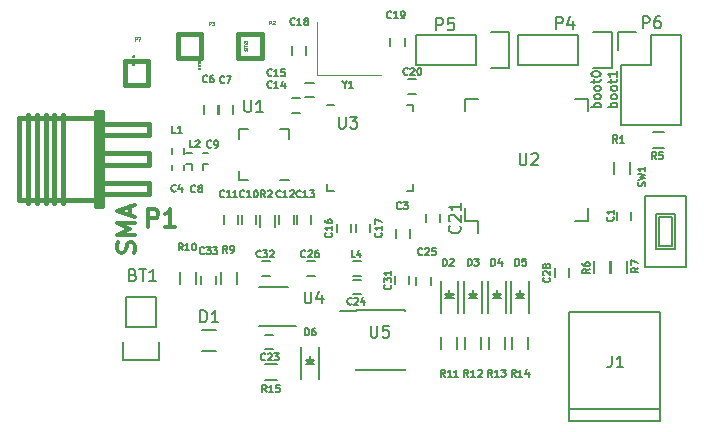
<source format=gbr>
G04 #@! TF.FileFunction,Legend,Top*
%FSLAX46Y46*%
G04 Gerber Fmt 4.6, Leading zero omitted, Abs format (unit mm)*
G04 Created by KiCad (PCBNEW 4.0.4-stable) date 05/18/17 09:07:34*
%MOMM*%
%LPD*%
G01*
G04 APERTURE LIST*
%ADD10C,0.100000*%
%ADD11C,0.200000*%
%ADD12C,0.381000*%
%ADD13C,0.150000*%
%ADD14C,0.120000*%
%ADD15C,0.074930*%
%ADD16C,0.076200*%
%ADD17C,0.304800*%
G04 APERTURE END LIST*
D10*
D11*
X104791905Y-47054763D02*
X103991905Y-47054763D01*
X104296667Y-47054763D02*
X104258571Y-46978572D01*
X104258571Y-46826191D01*
X104296667Y-46750001D01*
X104334762Y-46711906D01*
X104410952Y-46673810D01*
X104639524Y-46673810D01*
X104715714Y-46711906D01*
X104753810Y-46750001D01*
X104791905Y-46826191D01*
X104791905Y-46978572D01*
X104753810Y-47054763D01*
X104791905Y-46216667D02*
X104753810Y-46292858D01*
X104715714Y-46330953D01*
X104639524Y-46369048D01*
X104410952Y-46369048D01*
X104334762Y-46330953D01*
X104296667Y-46292858D01*
X104258571Y-46216667D01*
X104258571Y-46102381D01*
X104296667Y-46026191D01*
X104334762Y-45988096D01*
X104410952Y-45950000D01*
X104639524Y-45950000D01*
X104715714Y-45988096D01*
X104753810Y-46026191D01*
X104791905Y-46102381D01*
X104791905Y-46216667D01*
X104791905Y-45492857D02*
X104753810Y-45569048D01*
X104715714Y-45607143D01*
X104639524Y-45645238D01*
X104410952Y-45645238D01*
X104334762Y-45607143D01*
X104296667Y-45569048D01*
X104258571Y-45492857D01*
X104258571Y-45378571D01*
X104296667Y-45302381D01*
X104334762Y-45264286D01*
X104410952Y-45226190D01*
X104639524Y-45226190D01*
X104715714Y-45264286D01*
X104753810Y-45302381D01*
X104791905Y-45378571D01*
X104791905Y-45492857D01*
X104258571Y-44997619D02*
X104258571Y-44692857D01*
X103991905Y-44883333D02*
X104677619Y-44883333D01*
X104753810Y-44845238D01*
X104791905Y-44769047D01*
X104791905Y-44692857D01*
X103991905Y-44273809D02*
X103991905Y-44197618D01*
X104030000Y-44121428D01*
X104068095Y-44083333D01*
X104144286Y-44045237D01*
X104296667Y-44007142D01*
X104487143Y-44007142D01*
X104639524Y-44045237D01*
X104715714Y-44083333D01*
X104753810Y-44121428D01*
X104791905Y-44197618D01*
X104791905Y-44273809D01*
X104753810Y-44349999D01*
X104715714Y-44388095D01*
X104639524Y-44426190D01*
X104487143Y-44464285D01*
X104296667Y-44464285D01*
X104144286Y-44426190D01*
X104068095Y-44388095D01*
X104030000Y-44349999D01*
X103991905Y-44273809D01*
X106191905Y-47054763D02*
X105391905Y-47054763D01*
X105696667Y-47054763D02*
X105658571Y-46978572D01*
X105658571Y-46826191D01*
X105696667Y-46750001D01*
X105734762Y-46711906D01*
X105810952Y-46673810D01*
X106039524Y-46673810D01*
X106115714Y-46711906D01*
X106153810Y-46750001D01*
X106191905Y-46826191D01*
X106191905Y-46978572D01*
X106153810Y-47054763D01*
X106191905Y-46216667D02*
X106153810Y-46292858D01*
X106115714Y-46330953D01*
X106039524Y-46369048D01*
X105810952Y-46369048D01*
X105734762Y-46330953D01*
X105696667Y-46292858D01*
X105658571Y-46216667D01*
X105658571Y-46102381D01*
X105696667Y-46026191D01*
X105734762Y-45988096D01*
X105810952Y-45950000D01*
X106039524Y-45950000D01*
X106115714Y-45988096D01*
X106153810Y-46026191D01*
X106191905Y-46102381D01*
X106191905Y-46216667D01*
X106191905Y-45492857D02*
X106153810Y-45569048D01*
X106115714Y-45607143D01*
X106039524Y-45645238D01*
X105810952Y-45645238D01*
X105734762Y-45607143D01*
X105696667Y-45569048D01*
X105658571Y-45492857D01*
X105658571Y-45378571D01*
X105696667Y-45302381D01*
X105734762Y-45264286D01*
X105810952Y-45226190D01*
X106039524Y-45226190D01*
X106115714Y-45264286D01*
X106153810Y-45302381D01*
X106191905Y-45378571D01*
X106191905Y-45492857D01*
X105658571Y-44997619D02*
X105658571Y-44692857D01*
X105391905Y-44883333D02*
X106077619Y-44883333D01*
X106153810Y-44845238D01*
X106191905Y-44769047D01*
X106191905Y-44692857D01*
X106191905Y-44007142D02*
X106191905Y-44464285D01*
X106191905Y-44235714D02*
X105391905Y-44235714D01*
X105506190Y-44311904D01*
X105582381Y-44388095D01*
X105620476Y-44464285D01*
D12*
X68999240Y-42851100D02*
X68999240Y-40849580D01*
X68999240Y-40849580D02*
X71000760Y-40849580D01*
X71000760Y-40849580D02*
X71000760Y-42851100D01*
X71000760Y-42851100D02*
X68999240Y-42851100D01*
D13*
X74150000Y-53225000D02*
X74150000Y-52450000D01*
X78450000Y-48925000D02*
X78450000Y-49700000D01*
X74150000Y-48925000D02*
X74150000Y-49700000D01*
X78450000Y-53225000D02*
X77675000Y-53225000D01*
X78450000Y-48925000D02*
X77675000Y-48925000D01*
X74150000Y-48925000D02*
X74925000Y-48925000D01*
X74150000Y-53225000D02*
X74925000Y-53225000D01*
X93345000Y-56675000D02*
X94420000Y-56675000D01*
X93345000Y-46325000D02*
X94420000Y-46325000D01*
X103695000Y-46325000D02*
X102620000Y-46325000D01*
X103695000Y-56675000D02*
X102620000Y-56675000D01*
X93345000Y-56675000D02*
X93345000Y-55600000D01*
X103695000Y-56675000D02*
X103695000Y-55600000D01*
X103695000Y-46325000D02*
X103695000Y-47400000D01*
X93345000Y-46325000D02*
X93345000Y-47400000D01*
X94420000Y-56675000D02*
X94420000Y-57700000D01*
X107400000Y-55900000D02*
X107400000Y-56600000D01*
X106200000Y-56600000D02*
X106200000Y-55900000D01*
X106995000Y-60080000D02*
X106995000Y-61080000D01*
X105645000Y-61080000D02*
X105645000Y-60080000D01*
X71050000Y-65925000D02*
X72250000Y-65925000D01*
X72250000Y-67675000D02*
X71050000Y-67675000D01*
X110200000Y-50475000D02*
X109200000Y-50475000D01*
X109200000Y-49125000D02*
X110200000Y-49125000D01*
X64630000Y-65630000D02*
X64630000Y-63090000D01*
X64350000Y-68450000D02*
X64350000Y-66900000D01*
X64630000Y-65630000D02*
X67170000Y-65630000D01*
X67450000Y-66900000D02*
X67450000Y-68450000D01*
X67450000Y-68450000D02*
X64350000Y-68450000D01*
X67170000Y-65630000D02*
X67170000Y-63090000D01*
X67170000Y-63090000D02*
X64630000Y-63090000D01*
X87500000Y-58100000D02*
X87500000Y-57400000D01*
X88700000Y-57400000D02*
X88700000Y-58100000D01*
X68538500Y-51900000D02*
X68538500Y-52400000D01*
X69488500Y-52400000D02*
X69488500Y-51900000D01*
X72400000Y-46900000D02*
X72400000Y-47600000D01*
X71200000Y-47600000D02*
X71200000Y-46900000D01*
X73700000Y-46900000D02*
X73700000Y-47600000D01*
X72500000Y-47600000D02*
X72500000Y-46900000D01*
X70225000Y-51900000D02*
X70225000Y-52400000D01*
X71175000Y-52400000D02*
X71175000Y-51900000D01*
X71100000Y-51875000D02*
X71600000Y-51875000D01*
X71600000Y-50925000D02*
X71100000Y-50925000D01*
X75600000Y-56200000D02*
X75600000Y-56900000D01*
X74400000Y-56900000D02*
X74400000Y-56200000D01*
X74100000Y-56200000D02*
X74100000Y-56900000D01*
X72900000Y-56900000D02*
X72900000Y-56200000D01*
X78800000Y-56200000D02*
X78800000Y-56900000D01*
X77600000Y-56900000D02*
X77600000Y-56200000D01*
X80300000Y-56200000D02*
X80300000Y-56900000D01*
X79100000Y-56900000D02*
X79100000Y-56200000D01*
X79350000Y-47500000D02*
X78650000Y-47500000D01*
X78650000Y-46300000D02*
X79350000Y-46300000D01*
X80500000Y-46200000D02*
X79800000Y-46200000D01*
X79800000Y-45000000D02*
X80500000Y-45000000D01*
X83700000Y-56900000D02*
X83700000Y-57600000D01*
X82500000Y-57600000D02*
X82500000Y-56900000D01*
X85300000Y-56900000D02*
X85300000Y-57600000D01*
X84100000Y-57600000D02*
X84100000Y-56900000D01*
X79860000Y-41900000D02*
X79860000Y-42600000D01*
X78660000Y-42600000D02*
X78660000Y-41900000D01*
X88200000Y-41200000D02*
X88200000Y-41900000D01*
X87000000Y-41900000D02*
X87000000Y-41200000D01*
X89200000Y-45900000D02*
X88500000Y-45900000D01*
X88500000Y-44700000D02*
X89200000Y-44700000D01*
X91200000Y-56100000D02*
X91200000Y-56800000D01*
X90000000Y-56800000D02*
X90000000Y-56100000D01*
X76400000Y-66300000D02*
X77100000Y-66300000D01*
X77100000Y-67500000D02*
X76400000Y-67500000D01*
X83800000Y-61700000D02*
X84500000Y-61700000D01*
X84500000Y-62900000D02*
X83800000Y-62900000D01*
X90400000Y-61400000D02*
X90400000Y-62100000D01*
X89200000Y-62100000D02*
X89200000Y-61400000D01*
X80600000Y-61300000D02*
X79900000Y-61300000D01*
X79900000Y-60100000D02*
X80600000Y-60100000D01*
X102100000Y-60700000D02*
X102100000Y-61400000D01*
X100900000Y-61400000D02*
X100900000Y-60700000D01*
X88600000Y-61350000D02*
X88600000Y-62050000D01*
X87400000Y-62050000D02*
X87400000Y-61350000D01*
X76100000Y-60100000D02*
X76800000Y-60100000D01*
X76800000Y-61300000D02*
X76100000Y-61300000D01*
X72200000Y-61300000D02*
X72200000Y-62000000D01*
X71000000Y-62000000D02*
X71000000Y-61300000D01*
X92750000Y-64449020D02*
X92750000Y-61749020D01*
X91250000Y-64449020D02*
X91250000Y-61749020D01*
X92150000Y-62949020D02*
X91900000Y-62949020D01*
X91900000Y-62949020D02*
X92050000Y-63099020D01*
X91650000Y-63199020D02*
X92350000Y-63199020D01*
X92000000Y-62849020D02*
X92000000Y-62499020D01*
X92000000Y-63199020D02*
X91650000Y-62849020D01*
X91650000Y-62849020D02*
X92350000Y-62849020D01*
X92350000Y-62849020D02*
X92000000Y-63199020D01*
X69488500Y-50981000D02*
X69488500Y-50481000D01*
X68538500Y-50481000D02*
X68538500Y-50981000D01*
X70200000Y-50933000D02*
X69700000Y-50933000D01*
X69700000Y-51883000D02*
X70200000Y-51883000D01*
X83800000Y-60100000D02*
X84500000Y-60100000D01*
X84500000Y-61300000D02*
X83800000Y-61300000D01*
D12*
X56308700Y-55176040D02*
X56308700Y-47677960D01*
X57058000Y-47677960D02*
X57058000Y-55176040D01*
X57809840Y-55176040D02*
X57809840Y-47677960D01*
X59308440Y-47677960D02*
X59308440Y-55176040D01*
X58559140Y-55176040D02*
X58559140Y-47677960D01*
X55559400Y-47926880D02*
X55559400Y-54927120D01*
X55559400Y-54927120D02*
X56059780Y-54927120D01*
X62059260Y-47426500D02*
X62559640Y-47426500D01*
X62059260Y-55427500D02*
X62559640Y-55427500D01*
X62308180Y-55427500D02*
X62308180Y-47426500D01*
X62059260Y-47426500D02*
X62059260Y-55427500D01*
X62559640Y-53425980D02*
X66560140Y-53425980D01*
X66560140Y-53425980D02*
X66560140Y-54426740D01*
X66560140Y-54426740D02*
X62559640Y-54426740D01*
X62559640Y-50926620D02*
X66560140Y-50926620D01*
X66560140Y-50926620D02*
X66560140Y-51927380D01*
X66560140Y-51927380D02*
X62559640Y-51927380D01*
X62559640Y-48427260D02*
X66560140Y-48427260D01*
X66560140Y-48427260D02*
X66560140Y-49428020D01*
X66560140Y-49428020D02*
X62559640Y-49428020D01*
X55559400Y-47926880D02*
X62559640Y-47926880D01*
X62559640Y-47426500D02*
X62559640Y-55427500D01*
X62559640Y-54927120D02*
X56059780Y-54927120D01*
X74098100Y-42851100D02*
X74098100Y-40849580D01*
X74098100Y-40849580D02*
X76099620Y-40849580D01*
X76099620Y-40849580D02*
X76099620Y-42851100D01*
X76099620Y-42851100D02*
X74098100Y-42851100D01*
D13*
X102910000Y-40930000D02*
X97830000Y-40930000D01*
X97830000Y-40930000D02*
X97830000Y-43470000D01*
X97830000Y-43470000D02*
X102910000Y-43470000D01*
X105730000Y-43750000D02*
X104180000Y-43750000D01*
X102910000Y-43470000D02*
X102910000Y-40930000D01*
X104180000Y-40650000D02*
X105730000Y-40650000D01*
X105730000Y-40650000D02*
X105730000Y-43750000D01*
X94210000Y-40930000D02*
X89130000Y-40930000D01*
X89130000Y-40930000D02*
X89130000Y-43470000D01*
X89130000Y-43470000D02*
X94210000Y-43470000D01*
X97030000Y-43750000D02*
X95480000Y-43750000D01*
X94210000Y-43470000D02*
X94210000Y-40930000D01*
X95480000Y-40650000D02*
X97030000Y-40650000D01*
X97030000Y-40650000D02*
X97030000Y-43750000D01*
X106530000Y-43470000D02*
X106530000Y-48550000D01*
X106250000Y-40650000D02*
X107800000Y-40650000D01*
X109070000Y-40930000D02*
X109070000Y-43470000D01*
X109070000Y-43470000D02*
X106530000Y-43470000D01*
X106530000Y-48550000D02*
X111610000Y-48550000D01*
X111610000Y-48550000D02*
X111610000Y-43470000D01*
X106250000Y-40650000D02*
X106250000Y-42200000D01*
X111610000Y-40930000D02*
X109070000Y-40930000D01*
X111610000Y-43470000D02*
X111610000Y-40930000D01*
X105925000Y-52700000D02*
X105925000Y-51700000D01*
X107275000Y-51700000D02*
X107275000Y-52700000D01*
X75925000Y-57200000D02*
X75925000Y-56200000D01*
X77275000Y-56200000D02*
X77275000Y-57200000D01*
X105565000Y-60080000D02*
X105565000Y-61080000D01*
X104215000Y-61080000D02*
X104215000Y-60080000D01*
X72625000Y-62000000D02*
X72625000Y-61000000D01*
X73975000Y-61000000D02*
X73975000Y-62000000D01*
X70575000Y-61000000D02*
X70575000Y-62000000D01*
X69225000Y-62000000D02*
X69225000Y-61000000D01*
X91325000Y-67500000D02*
X91325000Y-66500000D01*
X92675000Y-66500000D02*
X92675000Y-67500000D01*
X93325000Y-67500000D02*
X93325000Y-66500000D01*
X94675000Y-66500000D02*
X94675000Y-67500000D01*
X95325000Y-67500000D02*
X95325000Y-66500000D01*
X96675000Y-66500000D02*
X96675000Y-67500000D01*
X97325000Y-67500000D02*
X97325000Y-66500000D01*
X98675000Y-66500000D02*
X98675000Y-67500000D01*
X109749780Y-58839890D02*
X109749780Y-56339890D01*
X109749780Y-56339890D02*
X110849780Y-56339890D01*
X110849780Y-56339890D02*
X110849780Y-58839890D01*
X110849780Y-58839890D02*
X109749780Y-58839890D01*
X111099780Y-59089890D02*
X111099780Y-56089890D01*
X109499780Y-59089890D02*
X109499780Y-56089890D01*
X109499780Y-56089890D02*
X111099780Y-56089890D01*
X109499780Y-59089890D02*
X111099780Y-59089890D01*
X112049780Y-60589890D02*
X112049780Y-54589890D01*
X108549780Y-60589890D02*
X108549780Y-54589890D01*
X108549780Y-60589890D02*
X112049780Y-60589890D01*
X108549780Y-54589890D02*
X112049780Y-54589890D01*
X78325000Y-62250000D02*
X75875000Y-62250000D01*
X79050000Y-65550000D02*
X75875000Y-65550000D01*
D12*
X64499240Y-45151100D02*
X64499240Y-43149580D01*
X64499240Y-43149580D02*
X66500760Y-43149580D01*
X66500760Y-43149580D02*
X66500760Y-45151100D01*
X66500760Y-45151100D02*
X64499240Y-45151100D01*
D13*
X94750000Y-64450980D02*
X94750000Y-61750980D01*
X93250000Y-64450980D02*
X93250000Y-61750980D01*
X94150000Y-62950980D02*
X93900000Y-62950980D01*
X93900000Y-62950980D02*
X94050000Y-63100980D01*
X93650000Y-63200980D02*
X94350000Y-63200980D01*
X94000000Y-62850980D02*
X94000000Y-62500980D01*
X94000000Y-63200980D02*
X93650000Y-62850980D01*
X93650000Y-62850980D02*
X94350000Y-62850980D01*
X94350000Y-62850980D02*
X94000000Y-63200980D01*
X96750000Y-64449020D02*
X96750000Y-61749020D01*
X95250000Y-64449020D02*
X95250000Y-61749020D01*
X96150000Y-62949020D02*
X95900000Y-62949020D01*
X95900000Y-62949020D02*
X96050000Y-63099020D01*
X95650000Y-63199020D02*
X96350000Y-63199020D01*
X96000000Y-62849020D02*
X96000000Y-62499020D01*
X96000000Y-63199020D02*
X95650000Y-62849020D01*
X95650000Y-62849020D02*
X96350000Y-62849020D01*
X96350000Y-62849020D02*
X96000000Y-63199020D01*
X98750000Y-64449020D02*
X98750000Y-61749020D01*
X97250000Y-64449020D02*
X97250000Y-61749020D01*
X98150000Y-62949020D02*
X97900000Y-62949020D01*
X97900000Y-62949020D02*
X98050000Y-63099020D01*
X97650000Y-63199020D02*
X98350000Y-63199020D01*
X98000000Y-62849020D02*
X98000000Y-62499020D01*
X98000000Y-63199020D02*
X97650000Y-62849020D01*
X97650000Y-62849020D02*
X98350000Y-62849020D01*
X98350000Y-62849020D02*
X98000000Y-63199020D01*
X80950000Y-70050980D02*
X80950000Y-67350980D01*
X79450000Y-70050980D02*
X79450000Y-67350980D01*
X80350000Y-68550980D02*
X80100000Y-68550980D01*
X80100000Y-68550980D02*
X80250000Y-68700980D01*
X79850000Y-68800980D02*
X80550000Y-68800980D01*
X80200000Y-68450980D02*
X80200000Y-68100980D01*
X80200000Y-68800980D02*
X79850000Y-68450980D01*
X79850000Y-68450980D02*
X80550000Y-68450980D01*
X80550000Y-68450980D02*
X80200000Y-68800980D01*
X76400000Y-68825000D02*
X77400000Y-68825000D01*
X77400000Y-70175000D02*
X76400000Y-70175000D01*
X84095000Y-64175000D02*
X84095000Y-64320000D01*
X88245000Y-64175000D02*
X88245000Y-64320000D01*
X88245000Y-69325000D02*
X88245000Y-69180000D01*
X84095000Y-69325000D02*
X84095000Y-69180000D01*
X84095000Y-64175000D02*
X88245000Y-64175000D01*
X84095000Y-69325000D02*
X88245000Y-69325000D01*
X84095000Y-64320000D02*
X82695000Y-64320000D01*
X102149360Y-72599180D02*
X109850640Y-72599180D01*
X102149360Y-73599940D02*
X109850640Y-73599940D01*
X109850640Y-73599940D02*
X109850640Y-64400060D01*
X109850640Y-64400060D02*
X102149360Y-64400060D01*
X102149360Y-64400060D02*
X102149360Y-73599940D01*
X88925000Y-46865000D02*
X88925000Y-47390000D01*
X81675000Y-54115000D02*
X81675000Y-53590000D01*
X88925000Y-54115000D02*
X88925000Y-53590000D01*
X81675000Y-46865000D02*
X82200000Y-46865000D01*
X81675000Y-54115000D02*
X82200000Y-54115000D01*
X88925000Y-54115000D02*
X88400000Y-54115000D01*
X88925000Y-46865000D02*
X88400000Y-46865000D01*
D14*
X80820000Y-39810000D02*
X80820000Y-44310000D01*
X80820000Y-44310000D02*
X86220000Y-44310000D01*
D15*
X71638778Y-40105588D02*
X71638778Y-39805868D01*
X71752957Y-39805868D01*
X71781502Y-39820140D01*
X71795774Y-39834412D01*
X71810046Y-39862957D01*
X71810046Y-39905774D01*
X71795774Y-39934319D01*
X71781502Y-39948591D01*
X71752957Y-39962864D01*
X71638778Y-39962864D01*
X71909953Y-39805868D02*
X72095494Y-39805868D01*
X71995587Y-39920047D01*
X72038405Y-39920047D01*
X72066949Y-39934319D01*
X72081222Y-39948591D01*
X72095494Y-39977136D01*
X72095494Y-40048498D01*
X72081222Y-40077043D01*
X72066949Y-40091315D01*
X72038405Y-40105588D01*
X71952770Y-40105588D01*
X71924226Y-40091315D01*
X71909953Y-40077043D01*
D16*
D15*
X70871315Y-43849966D02*
X70885588Y-43821422D01*
X70885588Y-43764332D01*
X70871315Y-43735787D01*
X70842770Y-43721515D01*
X70828498Y-43721515D01*
X70799953Y-43735787D01*
X70785681Y-43764332D01*
X70785681Y-43807149D01*
X70771409Y-43835694D01*
X70742864Y-43849966D01*
X70728591Y-43849966D01*
X70700047Y-43835694D01*
X70685774Y-43807149D01*
X70685774Y-43764332D01*
X70700047Y-43735787D01*
X70885588Y-43593064D02*
X70685774Y-43593064D01*
X70714319Y-43593064D02*
X70700047Y-43578792D01*
X70685774Y-43550247D01*
X70685774Y-43507430D01*
X70700047Y-43478885D01*
X70728591Y-43464613D01*
X70885588Y-43464613D01*
X70728591Y-43464613D02*
X70700047Y-43450340D01*
X70685774Y-43421796D01*
X70685774Y-43378978D01*
X70700047Y-43350434D01*
X70728591Y-43336161D01*
X70885588Y-43336161D01*
X70885588Y-43064986D02*
X70728591Y-43064986D01*
X70700047Y-43079258D01*
X70685774Y-43107803D01*
X70685774Y-43164892D01*
X70700047Y-43193437D01*
X70871315Y-43064986D02*
X70885588Y-43093530D01*
X70885588Y-43164892D01*
X70871315Y-43193437D01*
X70842770Y-43207709D01*
X70814226Y-43207709D01*
X70785681Y-43193437D01*
X70771409Y-43164892D01*
X70771409Y-43093530D01*
X70757136Y-43064986D01*
D16*
D13*
X74638095Y-46452381D02*
X74638095Y-47261905D01*
X74685714Y-47357143D01*
X74733333Y-47404762D01*
X74828571Y-47452381D01*
X75019048Y-47452381D01*
X75114286Y-47404762D01*
X75161905Y-47357143D01*
X75209524Y-47261905D01*
X75209524Y-46452381D01*
X76209524Y-47452381D02*
X75638095Y-47452381D01*
X75923809Y-47452381D02*
X75923809Y-46452381D01*
X75828571Y-46595238D01*
X75733333Y-46690476D01*
X75638095Y-46738095D01*
X97938095Y-50952381D02*
X97938095Y-51761905D01*
X97985714Y-51857143D01*
X98033333Y-51904762D01*
X98128571Y-51952381D01*
X98319048Y-51952381D01*
X98414286Y-51904762D01*
X98461905Y-51857143D01*
X98509524Y-51761905D01*
X98509524Y-50952381D01*
X98938095Y-51047619D02*
X98985714Y-51000000D01*
X99080952Y-50952381D01*
X99319048Y-50952381D01*
X99414286Y-51000000D01*
X99461905Y-51047619D01*
X99509524Y-51142857D01*
X99509524Y-51238095D01*
X99461905Y-51380952D01*
X98890476Y-51952381D01*
X99509524Y-51952381D01*
X105844286Y-56320000D02*
X105872857Y-56348571D01*
X105901429Y-56434285D01*
X105901429Y-56491428D01*
X105872857Y-56577143D01*
X105815714Y-56634285D01*
X105758571Y-56662857D01*
X105644286Y-56691428D01*
X105558571Y-56691428D01*
X105444286Y-56662857D01*
X105387143Y-56634285D01*
X105330000Y-56577143D01*
X105301429Y-56491428D01*
X105301429Y-56434285D01*
X105330000Y-56348571D01*
X105358571Y-56320000D01*
X105901429Y-55748571D02*
X105901429Y-56091428D01*
X105901429Y-55920000D02*
X105301429Y-55920000D01*
X105387143Y-55977143D01*
X105444286Y-56034285D01*
X105472857Y-56091428D01*
X107991429Y-60620000D02*
X107705714Y-60820000D01*
X107991429Y-60962857D02*
X107391429Y-60962857D01*
X107391429Y-60734285D01*
X107420000Y-60677143D01*
X107448571Y-60648571D01*
X107505714Y-60620000D01*
X107591429Y-60620000D01*
X107648571Y-60648571D01*
X107677143Y-60677143D01*
X107705714Y-60734285D01*
X107705714Y-60962857D01*
X107391429Y-60420000D02*
X107391429Y-60020000D01*
X107991429Y-60277143D01*
X70911905Y-65252381D02*
X70911905Y-64252381D01*
X71150000Y-64252381D01*
X71292858Y-64300000D01*
X71388096Y-64395238D01*
X71435715Y-64490476D01*
X71483334Y-64680952D01*
X71483334Y-64823810D01*
X71435715Y-65014286D01*
X71388096Y-65109524D01*
X71292858Y-65204762D01*
X71150000Y-65252381D01*
X70911905Y-65252381D01*
X72435715Y-65252381D02*
X71864286Y-65252381D01*
X72150000Y-65252381D02*
X72150000Y-64252381D01*
X72054762Y-64395238D01*
X71959524Y-64490476D01*
X71864286Y-64538095D01*
X109520000Y-51441429D02*
X109320000Y-51155714D01*
X109177143Y-51441429D02*
X109177143Y-50841429D01*
X109405715Y-50841429D01*
X109462857Y-50870000D01*
X109491429Y-50898571D01*
X109520000Y-50955714D01*
X109520000Y-51041429D01*
X109491429Y-51098571D01*
X109462857Y-51127143D01*
X109405715Y-51155714D01*
X109177143Y-51155714D01*
X110062857Y-50841429D02*
X109777143Y-50841429D01*
X109748572Y-51127143D01*
X109777143Y-51098571D01*
X109834286Y-51070000D01*
X109977143Y-51070000D01*
X110034286Y-51098571D01*
X110062857Y-51127143D01*
X110091429Y-51184286D01*
X110091429Y-51327143D01*
X110062857Y-51384286D01*
X110034286Y-51412857D01*
X109977143Y-51441429D01*
X109834286Y-51441429D01*
X109777143Y-51412857D01*
X109748572Y-51384286D01*
X65214286Y-61228571D02*
X65357143Y-61276190D01*
X65404762Y-61323810D01*
X65452381Y-61419048D01*
X65452381Y-61561905D01*
X65404762Y-61657143D01*
X65357143Y-61704762D01*
X65261905Y-61752381D01*
X64880952Y-61752381D01*
X64880952Y-60752381D01*
X65214286Y-60752381D01*
X65309524Y-60800000D01*
X65357143Y-60847619D01*
X65404762Y-60942857D01*
X65404762Y-61038095D01*
X65357143Y-61133333D01*
X65309524Y-61180952D01*
X65214286Y-61228571D01*
X64880952Y-61228571D01*
X65738095Y-60752381D02*
X66309524Y-60752381D01*
X66023809Y-61752381D02*
X66023809Y-60752381D01*
X67166667Y-61752381D02*
X66595238Y-61752381D01*
X66880952Y-61752381D02*
X66880952Y-60752381D01*
X66785714Y-60895238D01*
X66690476Y-60990476D01*
X66595238Y-61038095D01*
X87900000Y-55614286D02*
X87871429Y-55642857D01*
X87785715Y-55671429D01*
X87728572Y-55671429D01*
X87642857Y-55642857D01*
X87585715Y-55585714D01*
X87557143Y-55528571D01*
X87528572Y-55414286D01*
X87528572Y-55328571D01*
X87557143Y-55214286D01*
X87585715Y-55157143D01*
X87642857Y-55100000D01*
X87728572Y-55071429D01*
X87785715Y-55071429D01*
X87871429Y-55100000D01*
X87900000Y-55128571D01*
X88100000Y-55071429D02*
X88471429Y-55071429D01*
X88271429Y-55300000D01*
X88357143Y-55300000D01*
X88414286Y-55328571D01*
X88442857Y-55357143D01*
X88471429Y-55414286D01*
X88471429Y-55557143D01*
X88442857Y-55614286D01*
X88414286Y-55642857D01*
X88357143Y-55671429D01*
X88185715Y-55671429D01*
X88128572Y-55642857D01*
X88100000Y-55614286D01*
X68820000Y-54134286D02*
X68791429Y-54162857D01*
X68705715Y-54191429D01*
X68648572Y-54191429D01*
X68562857Y-54162857D01*
X68505715Y-54105714D01*
X68477143Y-54048571D01*
X68448572Y-53934286D01*
X68448572Y-53848571D01*
X68477143Y-53734286D01*
X68505715Y-53677143D01*
X68562857Y-53620000D01*
X68648572Y-53591429D01*
X68705715Y-53591429D01*
X68791429Y-53620000D01*
X68820000Y-53648571D01*
X69334286Y-53791429D02*
X69334286Y-54191429D01*
X69191429Y-53562857D02*
X69048572Y-53991429D01*
X69420000Y-53991429D01*
X71470000Y-44894286D02*
X71441429Y-44922857D01*
X71355715Y-44951429D01*
X71298572Y-44951429D01*
X71212857Y-44922857D01*
X71155715Y-44865714D01*
X71127143Y-44808571D01*
X71098572Y-44694286D01*
X71098572Y-44608571D01*
X71127143Y-44494286D01*
X71155715Y-44437143D01*
X71212857Y-44380000D01*
X71298572Y-44351429D01*
X71355715Y-44351429D01*
X71441429Y-44380000D01*
X71470000Y-44408571D01*
X71984286Y-44351429D02*
X71870000Y-44351429D01*
X71812857Y-44380000D01*
X71784286Y-44408571D01*
X71727143Y-44494286D01*
X71698572Y-44608571D01*
X71698572Y-44837143D01*
X71727143Y-44894286D01*
X71755715Y-44922857D01*
X71812857Y-44951429D01*
X71927143Y-44951429D01*
X71984286Y-44922857D01*
X72012857Y-44894286D01*
X72041429Y-44837143D01*
X72041429Y-44694286D01*
X72012857Y-44637143D01*
X71984286Y-44608571D01*
X71927143Y-44580000D01*
X71812857Y-44580000D01*
X71755715Y-44608571D01*
X71727143Y-44637143D01*
X71698572Y-44694286D01*
X72940000Y-44934286D02*
X72911429Y-44962857D01*
X72825715Y-44991429D01*
X72768572Y-44991429D01*
X72682857Y-44962857D01*
X72625715Y-44905714D01*
X72597143Y-44848571D01*
X72568572Y-44734286D01*
X72568572Y-44648571D01*
X72597143Y-44534286D01*
X72625715Y-44477143D01*
X72682857Y-44420000D01*
X72768572Y-44391429D01*
X72825715Y-44391429D01*
X72911429Y-44420000D01*
X72940000Y-44448571D01*
X73140000Y-44391429D02*
X73540000Y-44391429D01*
X73282857Y-44991429D01*
X70500000Y-54204286D02*
X70471429Y-54232857D01*
X70385715Y-54261429D01*
X70328572Y-54261429D01*
X70242857Y-54232857D01*
X70185715Y-54175714D01*
X70157143Y-54118571D01*
X70128572Y-54004286D01*
X70128572Y-53918571D01*
X70157143Y-53804286D01*
X70185715Y-53747143D01*
X70242857Y-53690000D01*
X70328572Y-53661429D01*
X70385715Y-53661429D01*
X70471429Y-53690000D01*
X70500000Y-53718571D01*
X70842857Y-53918571D02*
X70785715Y-53890000D01*
X70757143Y-53861429D01*
X70728572Y-53804286D01*
X70728572Y-53775714D01*
X70757143Y-53718571D01*
X70785715Y-53690000D01*
X70842857Y-53661429D01*
X70957143Y-53661429D01*
X71014286Y-53690000D01*
X71042857Y-53718571D01*
X71071429Y-53775714D01*
X71071429Y-53804286D01*
X71042857Y-53861429D01*
X71014286Y-53890000D01*
X70957143Y-53918571D01*
X70842857Y-53918571D01*
X70785715Y-53947143D01*
X70757143Y-53975714D01*
X70728572Y-54032857D01*
X70728572Y-54147143D01*
X70757143Y-54204286D01*
X70785715Y-54232857D01*
X70842857Y-54261429D01*
X70957143Y-54261429D01*
X71014286Y-54232857D01*
X71042857Y-54204286D01*
X71071429Y-54147143D01*
X71071429Y-54032857D01*
X71042857Y-53975714D01*
X71014286Y-53947143D01*
X70957143Y-53918571D01*
X71840000Y-50404286D02*
X71811429Y-50432857D01*
X71725715Y-50461429D01*
X71668572Y-50461429D01*
X71582857Y-50432857D01*
X71525715Y-50375714D01*
X71497143Y-50318571D01*
X71468572Y-50204286D01*
X71468572Y-50118571D01*
X71497143Y-50004286D01*
X71525715Y-49947143D01*
X71582857Y-49890000D01*
X71668572Y-49861429D01*
X71725715Y-49861429D01*
X71811429Y-49890000D01*
X71840000Y-49918571D01*
X72125715Y-50461429D02*
X72240000Y-50461429D01*
X72297143Y-50432857D01*
X72325715Y-50404286D01*
X72382857Y-50318571D01*
X72411429Y-50204286D01*
X72411429Y-49975714D01*
X72382857Y-49918571D01*
X72354286Y-49890000D01*
X72297143Y-49861429D01*
X72182857Y-49861429D01*
X72125715Y-49890000D01*
X72097143Y-49918571D01*
X72068572Y-49975714D01*
X72068572Y-50118571D01*
X72097143Y-50175714D01*
X72125715Y-50204286D01*
X72182857Y-50232857D01*
X72297143Y-50232857D01*
X72354286Y-50204286D01*
X72382857Y-50175714D01*
X72411429Y-50118571D01*
X74614285Y-54614286D02*
X74585714Y-54642857D01*
X74500000Y-54671429D01*
X74442857Y-54671429D01*
X74357142Y-54642857D01*
X74300000Y-54585714D01*
X74271428Y-54528571D01*
X74242857Y-54414286D01*
X74242857Y-54328571D01*
X74271428Y-54214286D01*
X74300000Y-54157143D01*
X74357142Y-54100000D01*
X74442857Y-54071429D01*
X74500000Y-54071429D01*
X74585714Y-54100000D01*
X74614285Y-54128571D01*
X75185714Y-54671429D02*
X74842857Y-54671429D01*
X75014285Y-54671429D02*
X75014285Y-54071429D01*
X74957142Y-54157143D01*
X74900000Y-54214286D01*
X74842857Y-54242857D01*
X75557143Y-54071429D02*
X75614286Y-54071429D01*
X75671429Y-54100000D01*
X75700000Y-54128571D01*
X75728571Y-54185714D01*
X75757143Y-54300000D01*
X75757143Y-54442857D01*
X75728571Y-54557143D01*
X75700000Y-54614286D01*
X75671429Y-54642857D01*
X75614286Y-54671429D01*
X75557143Y-54671429D01*
X75500000Y-54642857D01*
X75471429Y-54614286D01*
X75442857Y-54557143D01*
X75414286Y-54442857D01*
X75414286Y-54300000D01*
X75442857Y-54185714D01*
X75471429Y-54128571D01*
X75500000Y-54100000D01*
X75557143Y-54071429D01*
X72914285Y-54614286D02*
X72885714Y-54642857D01*
X72800000Y-54671429D01*
X72742857Y-54671429D01*
X72657142Y-54642857D01*
X72600000Y-54585714D01*
X72571428Y-54528571D01*
X72542857Y-54414286D01*
X72542857Y-54328571D01*
X72571428Y-54214286D01*
X72600000Y-54157143D01*
X72657142Y-54100000D01*
X72742857Y-54071429D01*
X72800000Y-54071429D01*
X72885714Y-54100000D01*
X72914285Y-54128571D01*
X73485714Y-54671429D02*
X73142857Y-54671429D01*
X73314285Y-54671429D02*
X73314285Y-54071429D01*
X73257142Y-54157143D01*
X73200000Y-54214286D01*
X73142857Y-54242857D01*
X74057143Y-54671429D02*
X73714286Y-54671429D01*
X73885714Y-54671429D02*
X73885714Y-54071429D01*
X73828571Y-54157143D01*
X73771429Y-54214286D01*
X73714286Y-54242857D01*
X77714285Y-54614286D02*
X77685714Y-54642857D01*
X77600000Y-54671429D01*
X77542857Y-54671429D01*
X77457142Y-54642857D01*
X77400000Y-54585714D01*
X77371428Y-54528571D01*
X77342857Y-54414286D01*
X77342857Y-54328571D01*
X77371428Y-54214286D01*
X77400000Y-54157143D01*
X77457142Y-54100000D01*
X77542857Y-54071429D01*
X77600000Y-54071429D01*
X77685714Y-54100000D01*
X77714285Y-54128571D01*
X78285714Y-54671429D02*
X77942857Y-54671429D01*
X78114285Y-54671429D02*
X78114285Y-54071429D01*
X78057142Y-54157143D01*
X78000000Y-54214286D01*
X77942857Y-54242857D01*
X78514286Y-54128571D02*
X78542857Y-54100000D01*
X78600000Y-54071429D01*
X78742857Y-54071429D01*
X78800000Y-54100000D01*
X78828571Y-54128571D01*
X78857143Y-54185714D01*
X78857143Y-54242857D01*
X78828571Y-54328571D01*
X78485714Y-54671429D01*
X78857143Y-54671429D01*
X79414285Y-54614286D02*
X79385714Y-54642857D01*
X79300000Y-54671429D01*
X79242857Y-54671429D01*
X79157142Y-54642857D01*
X79100000Y-54585714D01*
X79071428Y-54528571D01*
X79042857Y-54414286D01*
X79042857Y-54328571D01*
X79071428Y-54214286D01*
X79100000Y-54157143D01*
X79157142Y-54100000D01*
X79242857Y-54071429D01*
X79300000Y-54071429D01*
X79385714Y-54100000D01*
X79414285Y-54128571D01*
X79985714Y-54671429D02*
X79642857Y-54671429D01*
X79814285Y-54671429D02*
X79814285Y-54071429D01*
X79757142Y-54157143D01*
X79700000Y-54214286D01*
X79642857Y-54242857D01*
X80185714Y-54071429D02*
X80557143Y-54071429D01*
X80357143Y-54300000D01*
X80442857Y-54300000D01*
X80500000Y-54328571D01*
X80528571Y-54357143D01*
X80557143Y-54414286D01*
X80557143Y-54557143D01*
X80528571Y-54614286D01*
X80500000Y-54642857D01*
X80442857Y-54671429D01*
X80271429Y-54671429D01*
X80214286Y-54642857D01*
X80185714Y-54614286D01*
X76954285Y-45364286D02*
X76925714Y-45392857D01*
X76840000Y-45421429D01*
X76782857Y-45421429D01*
X76697142Y-45392857D01*
X76640000Y-45335714D01*
X76611428Y-45278571D01*
X76582857Y-45164286D01*
X76582857Y-45078571D01*
X76611428Y-44964286D01*
X76640000Y-44907143D01*
X76697142Y-44850000D01*
X76782857Y-44821429D01*
X76840000Y-44821429D01*
X76925714Y-44850000D01*
X76954285Y-44878571D01*
X77525714Y-45421429D02*
X77182857Y-45421429D01*
X77354285Y-45421429D02*
X77354285Y-44821429D01*
X77297142Y-44907143D01*
X77240000Y-44964286D01*
X77182857Y-44992857D01*
X78040000Y-45021429D02*
X78040000Y-45421429D01*
X77897143Y-44792857D02*
X77754286Y-45221429D01*
X78125714Y-45221429D01*
X76954285Y-44344286D02*
X76925714Y-44372857D01*
X76840000Y-44401429D01*
X76782857Y-44401429D01*
X76697142Y-44372857D01*
X76640000Y-44315714D01*
X76611428Y-44258571D01*
X76582857Y-44144286D01*
X76582857Y-44058571D01*
X76611428Y-43944286D01*
X76640000Y-43887143D01*
X76697142Y-43830000D01*
X76782857Y-43801429D01*
X76840000Y-43801429D01*
X76925714Y-43830000D01*
X76954285Y-43858571D01*
X77525714Y-44401429D02*
X77182857Y-44401429D01*
X77354285Y-44401429D02*
X77354285Y-43801429D01*
X77297142Y-43887143D01*
X77240000Y-43944286D01*
X77182857Y-43972857D01*
X78068571Y-43801429D02*
X77782857Y-43801429D01*
X77754286Y-44087143D01*
X77782857Y-44058571D01*
X77840000Y-44030000D01*
X77982857Y-44030000D01*
X78040000Y-44058571D01*
X78068571Y-44087143D01*
X78097143Y-44144286D01*
X78097143Y-44287143D01*
X78068571Y-44344286D01*
X78040000Y-44372857D01*
X77982857Y-44401429D01*
X77840000Y-44401429D01*
X77782857Y-44372857D01*
X77754286Y-44344286D01*
X82014286Y-57685715D02*
X82042857Y-57714286D01*
X82071429Y-57800000D01*
X82071429Y-57857143D01*
X82042857Y-57942858D01*
X81985714Y-58000000D01*
X81928571Y-58028572D01*
X81814286Y-58057143D01*
X81728571Y-58057143D01*
X81614286Y-58028572D01*
X81557143Y-58000000D01*
X81500000Y-57942858D01*
X81471429Y-57857143D01*
X81471429Y-57800000D01*
X81500000Y-57714286D01*
X81528571Y-57685715D01*
X82071429Y-57114286D02*
X82071429Y-57457143D01*
X82071429Y-57285715D02*
X81471429Y-57285715D01*
X81557143Y-57342858D01*
X81614286Y-57400000D01*
X81642857Y-57457143D01*
X81471429Y-56600000D02*
X81471429Y-56714286D01*
X81500000Y-56771429D01*
X81528571Y-56800000D01*
X81614286Y-56857143D01*
X81728571Y-56885714D01*
X81957143Y-56885714D01*
X82014286Y-56857143D01*
X82042857Y-56828571D01*
X82071429Y-56771429D01*
X82071429Y-56657143D01*
X82042857Y-56600000D01*
X82014286Y-56571429D01*
X81957143Y-56542857D01*
X81814286Y-56542857D01*
X81757143Y-56571429D01*
X81728571Y-56600000D01*
X81700000Y-56657143D01*
X81700000Y-56771429D01*
X81728571Y-56828571D01*
X81757143Y-56857143D01*
X81814286Y-56885714D01*
X86214286Y-57685715D02*
X86242857Y-57714286D01*
X86271429Y-57800000D01*
X86271429Y-57857143D01*
X86242857Y-57942858D01*
X86185714Y-58000000D01*
X86128571Y-58028572D01*
X86014286Y-58057143D01*
X85928571Y-58057143D01*
X85814286Y-58028572D01*
X85757143Y-58000000D01*
X85700000Y-57942858D01*
X85671429Y-57857143D01*
X85671429Y-57800000D01*
X85700000Y-57714286D01*
X85728571Y-57685715D01*
X86271429Y-57114286D02*
X86271429Y-57457143D01*
X86271429Y-57285715D02*
X85671429Y-57285715D01*
X85757143Y-57342858D01*
X85814286Y-57400000D01*
X85842857Y-57457143D01*
X85671429Y-56914286D02*
X85671429Y-56514286D01*
X86271429Y-56771429D01*
X78904285Y-40044286D02*
X78875714Y-40072857D01*
X78790000Y-40101429D01*
X78732857Y-40101429D01*
X78647142Y-40072857D01*
X78590000Y-40015714D01*
X78561428Y-39958571D01*
X78532857Y-39844286D01*
X78532857Y-39758571D01*
X78561428Y-39644286D01*
X78590000Y-39587143D01*
X78647142Y-39530000D01*
X78732857Y-39501429D01*
X78790000Y-39501429D01*
X78875714Y-39530000D01*
X78904285Y-39558571D01*
X79475714Y-40101429D02*
X79132857Y-40101429D01*
X79304285Y-40101429D02*
X79304285Y-39501429D01*
X79247142Y-39587143D01*
X79190000Y-39644286D01*
X79132857Y-39672857D01*
X79818571Y-39758571D02*
X79761429Y-39730000D01*
X79732857Y-39701429D01*
X79704286Y-39644286D01*
X79704286Y-39615714D01*
X79732857Y-39558571D01*
X79761429Y-39530000D01*
X79818571Y-39501429D01*
X79932857Y-39501429D01*
X79990000Y-39530000D01*
X80018571Y-39558571D01*
X80047143Y-39615714D01*
X80047143Y-39644286D01*
X80018571Y-39701429D01*
X79990000Y-39730000D01*
X79932857Y-39758571D01*
X79818571Y-39758571D01*
X79761429Y-39787143D01*
X79732857Y-39815714D01*
X79704286Y-39872857D01*
X79704286Y-39987143D01*
X79732857Y-40044286D01*
X79761429Y-40072857D01*
X79818571Y-40101429D01*
X79932857Y-40101429D01*
X79990000Y-40072857D01*
X80018571Y-40044286D01*
X80047143Y-39987143D01*
X80047143Y-39872857D01*
X80018571Y-39815714D01*
X79990000Y-39787143D01*
X79932857Y-39758571D01*
X87064285Y-39474286D02*
X87035714Y-39502857D01*
X86950000Y-39531429D01*
X86892857Y-39531429D01*
X86807142Y-39502857D01*
X86750000Y-39445714D01*
X86721428Y-39388571D01*
X86692857Y-39274286D01*
X86692857Y-39188571D01*
X86721428Y-39074286D01*
X86750000Y-39017143D01*
X86807142Y-38960000D01*
X86892857Y-38931429D01*
X86950000Y-38931429D01*
X87035714Y-38960000D01*
X87064285Y-38988571D01*
X87635714Y-39531429D02*
X87292857Y-39531429D01*
X87464285Y-39531429D02*
X87464285Y-38931429D01*
X87407142Y-39017143D01*
X87350000Y-39074286D01*
X87292857Y-39102857D01*
X87921429Y-39531429D02*
X88035714Y-39531429D01*
X88092857Y-39502857D01*
X88121429Y-39474286D01*
X88178571Y-39388571D01*
X88207143Y-39274286D01*
X88207143Y-39045714D01*
X88178571Y-38988571D01*
X88150000Y-38960000D01*
X88092857Y-38931429D01*
X87978571Y-38931429D01*
X87921429Y-38960000D01*
X87892857Y-38988571D01*
X87864286Y-39045714D01*
X87864286Y-39188571D01*
X87892857Y-39245714D01*
X87921429Y-39274286D01*
X87978571Y-39302857D01*
X88092857Y-39302857D01*
X88150000Y-39274286D01*
X88178571Y-39245714D01*
X88207143Y-39188571D01*
X88474285Y-44274286D02*
X88445714Y-44302857D01*
X88360000Y-44331429D01*
X88302857Y-44331429D01*
X88217142Y-44302857D01*
X88160000Y-44245714D01*
X88131428Y-44188571D01*
X88102857Y-44074286D01*
X88102857Y-43988571D01*
X88131428Y-43874286D01*
X88160000Y-43817143D01*
X88217142Y-43760000D01*
X88302857Y-43731429D01*
X88360000Y-43731429D01*
X88445714Y-43760000D01*
X88474285Y-43788571D01*
X88702857Y-43788571D02*
X88731428Y-43760000D01*
X88788571Y-43731429D01*
X88931428Y-43731429D01*
X88988571Y-43760000D01*
X89017142Y-43788571D01*
X89045714Y-43845714D01*
X89045714Y-43902857D01*
X89017142Y-43988571D01*
X88674285Y-44331429D01*
X89045714Y-44331429D01*
X89417143Y-43731429D02*
X89474286Y-43731429D01*
X89531429Y-43760000D01*
X89560000Y-43788571D01*
X89588571Y-43845714D01*
X89617143Y-43960000D01*
X89617143Y-44102857D01*
X89588571Y-44217143D01*
X89560000Y-44274286D01*
X89531429Y-44302857D01*
X89474286Y-44331429D01*
X89417143Y-44331429D01*
X89360000Y-44302857D01*
X89331429Y-44274286D01*
X89302857Y-44217143D01*
X89274286Y-44102857D01*
X89274286Y-43960000D01*
X89302857Y-43845714D01*
X89331429Y-43788571D01*
X89360000Y-43760000D01*
X89417143Y-43731429D01*
X92857143Y-57092857D02*
X92904762Y-57140476D01*
X92952381Y-57283333D01*
X92952381Y-57378571D01*
X92904762Y-57521429D01*
X92809524Y-57616667D01*
X92714286Y-57664286D01*
X92523810Y-57711905D01*
X92380952Y-57711905D01*
X92190476Y-57664286D01*
X92095238Y-57616667D01*
X92000000Y-57521429D01*
X91952381Y-57378571D01*
X91952381Y-57283333D01*
X92000000Y-57140476D01*
X92047619Y-57092857D01*
X92047619Y-56711905D02*
X92000000Y-56664286D01*
X91952381Y-56569048D01*
X91952381Y-56330952D01*
X92000000Y-56235714D01*
X92047619Y-56188095D01*
X92142857Y-56140476D01*
X92238095Y-56140476D01*
X92380952Y-56188095D01*
X92952381Y-56759524D01*
X92952381Y-56140476D01*
X92952381Y-55188095D02*
X92952381Y-55759524D01*
X92952381Y-55473810D02*
X91952381Y-55473810D01*
X92095238Y-55569048D01*
X92190476Y-55664286D01*
X92238095Y-55759524D01*
X76414285Y-68414286D02*
X76385714Y-68442857D01*
X76300000Y-68471429D01*
X76242857Y-68471429D01*
X76157142Y-68442857D01*
X76100000Y-68385714D01*
X76071428Y-68328571D01*
X76042857Y-68214286D01*
X76042857Y-68128571D01*
X76071428Y-68014286D01*
X76100000Y-67957143D01*
X76157142Y-67900000D01*
X76242857Y-67871429D01*
X76300000Y-67871429D01*
X76385714Y-67900000D01*
X76414285Y-67928571D01*
X76642857Y-67928571D02*
X76671428Y-67900000D01*
X76728571Y-67871429D01*
X76871428Y-67871429D01*
X76928571Y-67900000D01*
X76957142Y-67928571D01*
X76985714Y-67985714D01*
X76985714Y-68042857D01*
X76957142Y-68128571D01*
X76614285Y-68471429D01*
X76985714Y-68471429D01*
X77185714Y-67871429D02*
X77557143Y-67871429D01*
X77357143Y-68100000D01*
X77442857Y-68100000D01*
X77500000Y-68128571D01*
X77528571Y-68157143D01*
X77557143Y-68214286D01*
X77557143Y-68357143D01*
X77528571Y-68414286D01*
X77500000Y-68442857D01*
X77442857Y-68471429D01*
X77271429Y-68471429D01*
X77214286Y-68442857D01*
X77185714Y-68414286D01*
X83714285Y-63714286D02*
X83685714Y-63742857D01*
X83600000Y-63771429D01*
X83542857Y-63771429D01*
X83457142Y-63742857D01*
X83400000Y-63685714D01*
X83371428Y-63628571D01*
X83342857Y-63514286D01*
X83342857Y-63428571D01*
X83371428Y-63314286D01*
X83400000Y-63257143D01*
X83457142Y-63200000D01*
X83542857Y-63171429D01*
X83600000Y-63171429D01*
X83685714Y-63200000D01*
X83714285Y-63228571D01*
X83942857Y-63228571D02*
X83971428Y-63200000D01*
X84028571Y-63171429D01*
X84171428Y-63171429D01*
X84228571Y-63200000D01*
X84257142Y-63228571D01*
X84285714Y-63285714D01*
X84285714Y-63342857D01*
X84257142Y-63428571D01*
X83914285Y-63771429D01*
X84285714Y-63771429D01*
X84800000Y-63371429D02*
X84800000Y-63771429D01*
X84657143Y-63142857D02*
X84514286Y-63571429D01*
X84885714Y-63571429D01*
X89714285Y-59514286D02*
X89685714Y-59542857D01*
X89600000Y-59571429D01*
X89542857Y-59571429D01*
X89457142Y-59542857D01*
X89400000Y-59485714D01*
X89371428Y-59428571D01*
X89342857Y-59314286D01*
X89342857Y-59228571D01*
X89371428Y-59114286D01*
X89400000Y-59057143D01*
X89457142Y-59000000D01*
X89542857Y-58971429D01*
X89600000Y-58971429D01*
X89685714Y-59000000D01*
X89714285Y-59028571D01*
X89942857Y-59028571D02*
X89971428Y-59000000D01*
X90028571Y-58971429D01*
X90171428Y-58971429D01*
X90228571Y-59000000D01*
X90257142Y-59028571D01*
X90285714Y-59085714D01*
X90285714Y-59142857D01*
X90257142Y-59228571D01*
X89914285Y-59571429D01*
X90285714Y-59571429D01*
X90828571Y-58971429D02*
X90542857Y-58971429D01*
X90514286Y-59257143D01*
X90542857Y-59228571D01*
X90600000Y-59200000D01*
X90742857Y-59200000D01*
X90800000Y-59228571D01*
X90828571Y-59257143D01*
X90857143Y-59314286D01*
X90857143Y-59457143D01*
X90828571Y-59514286D01*
X90800000Y-59542857D01*
X90742857Y-59571429D01*
X90600000Y-59571429D01*
X90542857Y-59542857D01*
X90514286Y-59514286D01*
X79814285Y-59714286D02*
X79785714Y-59742857D01*
X79700000Y-59771429D01*
X79642857Y-59771429D01*
X79557142Y-59742857D01*
X79500000Y-59685714D01*
X79471428Y-59628571D01*
X79442857Y-59514286D01*
X79442857Y-59428571D01*
X79471428Y-59314286D01*
X79500000Y-59257143D01*
X79557142Y-59200000D01*
X79642857Y-59171429D01*
X79700000Y-59171429D01*
X79785714Y-59200000D01*
X79814285Y-59228571D01*
X80042857Y-59228571D02*
X80071428Y-59200000D01*
X80128571Y-59171429D01*
X80271428Y-59171429D01*
X80328571Y-59200000D01*
X80357142Y-59228571D01*
X80385714Y-59285714D01*
X80385714Y-59342857D01*
X80357142Y-59428571D01*
X80014285Y-59771429D01*
X80385714Y-59771429D01*
X80900000Y-59171429D02*
X80785714Y-59171429D01*
X80728571Y-59200000D01*
X80700000Y-59228571D01*
X80642857Y-59314286D01*
X80614286Y-59428571D01*
X80614286Y-59657143D01*
X80642857Y-59714286D01*
X80671429Y-59742857D01*
X80728571Y-59771429D01*
X80842857Y-59771429D01*
X80900000Y-59742857D01*
X80928571Y-59714286D01*
X80957143Y-59657143D01*
X80957143Y-59514286D01*
X80928571Y-59457143D01*
X80900000Y-59428571D01*
X80842857Y-59400000D01*
X80728571Y-59400000D01*
X80671429Y-59428571D01*
X80642857Y-59457143D01*
X80614286Y-59514286D01*
X100464286Y-61475715D02*
X100492857Y-61504286D01*
X100521429Y-61590000D01*
X100521429Y-61647143D01*
X100492857Y-61732858D01*
X100435714Y-61790000D01*
X100378571Y-61818572D01*
X100264286Y-61847143D01*
X100178571Y-61847143D01*
X100064286Y-61818572D01*
X100007143Y-61790000D01*
X99950000Y-61732858D01*
X99921429Y-61647143D01*
X99921429Y-61590000D01*
X99950000Y-61504286D01*
X99978571Y-61475715D01*
X99978571Y-61247143D02*
X99950000Y-61218572D01*
X99921429Y-61161429D01*
X99921429Y-61018572D01*
X99950000Y-60961429D01*
X99978571Y-60932858D01*
X100035714Y-60904286D01*
X100092857Y-60904286D01*
X100178571Y-60932858D01*
X100521429Y-61275715D01*
X100521429Y-60904286D01*
X100178571Y-60561429D02*
X100150000Y-60618571D01*
X100121429Y-60647143D01*
X100064286Y-60675714D01*
X100035714Y-60675714D01*
X99978571Y-60647143D01*
X99950000Y-60618571D01*
X99921429Y-60561429D01*
X99921429Y-60447143D01*
X99950000Y-60390000D01*
X99978571Y-60361429D01*
X100035714Y-60332857D01*
X100064286Y-60332857D01*
X100121429Y-60361429D01*
X100150000Y-60390000D01*
X100178571Y-60447143D01*
X100178571Y-60561429D01*
X100207143Y-60618571D01*
X100235714Y-60647143D01*
X100292857Y-60675714D01*
X100407143Y-60675714D01*
X100464286Y-60647143D01*
X100492857Y-60618571D01*
X100521429Y-60561429D01*
X100521429Y-60447143D01*
X100492857Y-60390000D01*
X100464286Y-60361429D01*
X100407143Y-60332857D01*
X100292857Y-60332857D01*
X100235714Y-60361429D01*
X100207143Y-60390000D01*
X100178571Y-60447143D01*
X87014286Y-62085715D02*
X87042857Y-62114286D01*
X87071429Y-62200000D01*
X87071429Y-62257143D01*
X87042857Y-62342858D01*
X86985714Y-62400000D01*
X86928571Y-62428572D01*
X86814286Y-62457143D01*
X86728571Y-62457143D01*
X86614286Y-62428572D01*
X86557143Y-62400000D01*
X86500000Y-62342858D01*
X86471429Y-62257143D01*
X86471429Y-62200000D01*
X86500000Y-62114286D01*
X86528571Y-62085715D01*
X86471429Y-61885715D02*
X86471429Y-61514286D01*
X86700000Y-61714286D01*
X86700000Y-61628572D01*
X86728571Y-61571429D01*
X86757143Y-61542858D01*
X86814286Y-61514286D01*
X86957143Y-61514286D01*
X87014286Y-61542858D01*
X87042857Y-61571429D01*
X87071429Y-61628572D01*
X87071429Y-61800000D01*
X87042857Y-61857143D01*
X87014286Y-61885715D01*
X87071429Y-60942857D02*
X87071429Y-61285714D01*
X87071429Y-61114286D02*
X86471429Y-61114286D01*
X86557143Y-61171429D01*
X86614286Y-61228571D01*
X86642857Y-61285714D01*
X76014285Y-59714286D02*
X75985714Y-59742857D01*
X75900000Y-59771429D01*
X75842857Y-59771429D01*
X75757142Y-59742857D01*
X75700000Y-59685714D01*
X75671428Y-59628571D01*
X75642857Y-59514286D01*
X75642857Y-59428571D01*
X75671428Y-59314286D01*
X75700000Y-59257143D01*
X75757142Y-59200000D01*
X75842857Y-59171429D01*
X75900000Y-59171429D01*
X75985714Y-59200000D01*
X76014285Y-59228571D01*
X76214285Y-59171429D02*
X76585714Y-59171429D01*
X76385714Y-59400000D01*
X76471428Y-59400000D01*
X76528571Y-59428571D01*
X76557142Y-59457143D01*
X76585714Y-59514286D01*
X76585714Y-59657143D01*
X76557142Y-59714286D01*
X76528571Y-59742857D01*
X76471428Y-59771429D01*
X76300000Y-59771429D01*
X76242857Y-59742857D01*
X76214285Y-59714286D01*
X76814286Y-59228571D02*
X76842857Y-59200000D01*
X76900000Y-59171429D01*
X77042857Y-59171429D01*
X77100000Y-59200000D01*
X77128571Y-59228571D01*
X77157143Y-59285714D01*
X77157143Y-59342857D01*
X77128571Y-59428571D01*
X76785714Y-59771429D01*
X77157143Y-59771429D01*
X71214285Y-59414286D02*
X71185714Y-59442857D01*
X71100000Y-59471429D01*
X71042857Y-59471429D01*
X70957142Y-59442857D01*
X70900000Y-59385714D01*
X70871428Y-59328571D01*
X70842857Y-59214286D01*
X70842857Y-59128571D01*
X70871428Y-59014286D01*
X70900000Y-58957143D01*
X70957142Y-58900000D01*
X71042857Y-58871429D01*
X71100000Y-58871429D01*
X71185714Y-58900000D01*
X71214285Y-58928571D01*
X71414285Y-58871429D02*
X71785714Y-58871429D01*
X71585714Y-59100000D01*
X71671428Y-59100000D01*
X71728571Y-59128571D01*
X71757142Y-59157143D01*
X71785714Y-59214286D01*
X71785714Y-59357143D01*
X71757142Y-59414286D01*
X71728571Y-59442857D01*
X71671428Y-59471429D01*
X71500000Y-59471429D01*
X71442857Y-59442857D01*
X71414285Y-59414286D01*
X71985714Y-58871429D02*
X72357143Y-58871429D01*
X72157143Y-59100000D01*
X72242857Y-59100000D01*
X72300000Y-59128571D01*
X72328571Y-59157143D01*
X72357143Y-59214286D01*
X72357143Y-59357143D01*
X72328571Y-59414286D01*
X72300000Y-59442857D01*
X72242857Y-59471429D01*
X72071429Y-59471429D01*
X72014286Y-59442857D01*
X71985714Y-59414286D01*
X91457143Y-60471429D02*
X91457143Y-59871429D01*
X91600000Y-59871429D01*
X91685715Y-59900000D01*
X91742857Y-59957143D01*
X91771429Y-60014286D01*
X91800000Y-60128571D01*
X91800000Y-60214286D01*
X91771429Y-60328571D01*
X91742857Y-60385714D01*
X91685715Y-60442857D01*
X91600000Y-60471429D01*
X91457143Y-60471429D01*
X92028572Y-59928571D02*
X92057143Y-59900000D01*
X92114286Y-59871429D01*
X92257143Y-59871429D01*
X92314286Y-59900000D01*
X92342857Y-59928571D01*
X92371429Y-59985714D01*
X92371429Y-60042857D01*
X92342857Y-60128571D01*
X92000000Y-60471429D01*
X92371429Y-60471429D01*
X68820000Y-49211429D02*
X68534286Y-49211429D01*
X68534286Y-48611429D01*
X69334286Y-49211429D02*
X68991429Y-49211429D01*
X69162857Y-49211429D02*
X69162857Y-48611429D01*
X69105714Y-48697143D01*
X69048572Y-48754286D01*
X68991429Y-48782857D01*
X70330000Y-50441429D02*
X70044286Y-50441429D01*
X70044286Y-49841429D01*
X70501429Y-49898571D02*
X70530000Y-49870000D01*
X70587143Y-49841429D01*
X70730000Y-49841429D01*
X70787143Y-49870000D01*
X70815714Y-49898571D01*
X70844286Y-49955714D01*
X70844286Y-50012857D01*
X70815714Y-50098571D01*
X70472857Y-50441429D01*
X70844286Y-50441429D01*
X84000000Y-59771429D02*
X83714286Y-59771429D01*
X83714286Y-59171429D01*
X84457143Y-59371429D02*
X84457143Y-59771429D01*
X84314286Y-59142857D02*
X84171429Y-59571429D01*
X84542857Y-59571429D01*
D17*
X66475143Y-57189429D02*
X66475143Y-55665429D01*
X67055715Y-55665429D01*
X67200857Y-55738000D01*
X67273429Y-55810571D01*
X67346000Y-55955714D01*
X67346000Y-56173429D01*
X67273429Y-56318571D01*
X67200857Y-56391143D01*
X67055715Y-56463714D01*
X66475143Y-56463714D01*
X68797429Y-57189429D02*
X67926572Y-57189429D01*
X68362000Y-57189429D02*
X68362000Y-55665429D01*
X68216857Y-55883143D01*
X68071715Y-56028286D01*
X67926572Y-56100857D01*
X65316857Y-59359428D02*
X65389429Y-59141714D01*
X65389429Y-58778857D01*
X65316857Y-58633714D01*
X65244286Y-58561143D01*
X65099143Y-58488571D01*
X64954000Y-58488571D01*
X64808857Y-58561143D01*
X64736286Y-58633714D01*
X64663714Y-58778857D01*
X64591143Y-59069143D01*
X64518571Y-59214285D01*
X64446000Y-59286857D01*
X64300857Y-59359428D01*
X64155714Y-59359428D01*
X64010571Y-59286857D01*
X63938000Y-59214285D01*
X63865429Y-59069143D01*
X63865429Y-58706285D01*
X63938000Y-58488571D01*
X65389429Y-57835428D02*
X63865429Y-57835428D01*
X64954000Y-57327428D01*
X63865429Y-56819428D01*
X65389429Y-56819428D01*
X64954000Y-56166285D02*
X64954000Y-55440571D01*
X65389429Y-56311428D02*
X63865429Y-55803428D01*
X65389429Y-55295428D01*
D15*
X76748778Y-40025588D02*
X76748778Y-39725868D01*
X76862957Y-39725868D01*
X76891502Y-39740140D01*
X76905774Y-39754412D01*
X76920046Y-39782957D01*
X76920046Y-39825774D01*
X76905774Y-39854319D01*
X76891502Y-39868591D01*
X76862957Y-39882864D01*
X76748778Y-39882864D01*
X77034226Y-39754412D02*
X77048498Y-39740140D01*
X77077043Y-39725868D01*
X77148405Y-39725868D01*
X77176949Y-39740140D01*
X77191222Y-39754412D01*
X77205494Y-39782957D01*
X77205494Y-39811502D01*
X77191222Y-39854319D01*
X77019953Y-40025588D01*
X77205494Y-40025588D01*
D16*
D15*
X74821395Y-42249966D02*
X74835668Y-42221422D01*
X74835668Y-42164332D01*
X74821395Y-42135787D01*
X74792850Y-42121515D01*
X74778578Y-42121515D01*
X74750033Y-42135787D01*
X74735761Y-42164332D01*
X74735761Y-42207149D01*
X74721489Y-42235694D01*
X74692944Y-42249966D01*
X74678671Y-42249966D01*
X74650127Y-42235694D01*
X74635854Y-42207149D01*
X74635854Y-42164332D01*
X74650127Y-42135787D01*
X74835668Y-41993064D02*
X74635854Y-41993064D01*
X74664399Y-41993064D02*
X74650127Y-41978792D01*
X74635854Y-41950247D01*
X74635854Y-41907430D01*
X74650127Y-41878885D01*
X74678671Y-41864613D01*
X74835668Y-41864613D01*
X74678671Y-41864613D02*
X74650127Y-41850340D01*
X74635854Y-41821796D01*
X74635854Y-41778978D01*
X74650127Y-41750434D01*
X74678671Y-41736161D01*
X74835668Y-41736161D01*
X74835668Y-41464986D02*
X74678671Y-41464986D01*
X74650127Y-41479258D01*
X74635854Y-41507803D01*
X74635854Y-41564892D01*
X74650127Y-41593437D01*
X74821395Y-41464986D02*
X74835668Y-41493530D01*
X74835668Y-41564892D01*
X74821395Y-41593437D01*
X74792850Y-41607709D01*
X74764306Y-41607709D01*
X74735761Y-41593437D01*
X74721489Y-41564892D01*
X74721489Y-41493530D01*
X74707216Y-41464986D01*
D16*
D13*
X101031905Y-40402381D02*
X101031905Y-39402381D01*
X101412858Y-39402381D01*
X101508096Y-39450000D01*
X101555715Y-39497619D01*
X101603334Y-39592857D01*
X101603334Y-39735714D01*
X101555715Y-39830952D01*
X101508096Y-39878571D01*
X101412858Y-39926190D01*
X101031905Y-39926190D01*
X102460477Y-39735714D02*
X102460477Y-40402381D01*
X102222381Y-39354762D02*
X101984286Y-40069048D01*
X102603334Y-40069048D01*
X90901905Y-40522381D02*
X90901905Y-39522381D01*
X91282858Y-39522381D01*
X91378096Y-39570000D01*
X91425715Y-39617619D01*
X91473334Y-39712857D01*
X91473334Y-39855714D01*
X91425715Y-39950952D01*
X91378096Y-39998571D01*
X91282858Y-40046190D01*
X90901905Y-40046190D01*
X92378096Y-39522381D02*
X91901905Y-39522381D01*
X91854286Y-39998571D01*
X91901905Y-39950952D01*
X91997143Y-39903333D01*
X92235239Y-39903333D01*
X92330477Y-39950952D01*
X92378096Y-39998571D01*
X92425715Y-40093810D01*
X92425715Y-40331905D01*
X92378096Y-40427143D01*
X92330477Y-40474762D01*
X92235239Y-40522381D01*
X91997143Y-40522381D01*
X91901905Y-40474762D01*
X91854286Y-40427143D01*
X108371905Y-40362381D02*
X108371905Y-39362381D01*
X108752858Y-39362381D01*
X108848096Y-39410000D01*
X108895715Y-39457619D01*
X108943334Y-39552857D01*
X108943334Y-39695714D01*
X108895715Y-39790952D01*
X108848096Y-39838571D01*
X108752858Y-39886190D01*
X108371905Y-39886190D01*
X109800477Y-39362381D02*
X109610000Y-39362381D01*
X109514762Y-39410000D01*
X109467143Y-39457619D01*
X109371905Y-39600476D01*
X109324286Y-39790952D01*
X109324286Y-40171905D01*
X109371905Y-40267143D01*
X109419524Y-40314762D01*
X109514762Y-40362381D01*
X109705239Y-40362381D01*
X109800477Y-40314762D01*
X109848096Y-40267143D01*
X109895715Y-40171905D01*
X109895715Y-39933810D01*
X109848096Y-39838571D01*
X109800477Y-39790952D01*
X109705239Y-39743333D01*
X109514762Y-39743333D01*
X109419524Y-39790952D01*
X109371905Y-39838571D01*
X109324286Y-39933810D01*
X106210000Y-50041429D02*
X106010000Y-49755714D01*
X105867143Y-50041429D02*
X105867143Y-49441429D01*
X106095715Y-49441429D01*
X106152857Y-49470000D01*
X106181429Y-49498571D01*
X106210000Y-49555714D01*
X106210000Y-49641429D01*
X106181429Y-49698571D01*
X106152857Y-49727143D01*
X106095715Y-49755714D01*
X105867143Y-49755714D01*
X106781429Y-50041429D02*
X106438572Y-50041429D01*
X106610000Y-50041429D02*
X106610000Y-49441429D01*
X106552857Y-49527143D01*
X106495715Y-49584286D01*
X106438572Y-49612857D01*
X76400000Y-54671429D02*
X76200000Y-54385714D01*
X76057143Y-54671429D02*
X76057143Y-54071429D01*
X76285715Y-54071429D01*
X76342857Y-54100000D01*
X76371429Y-54128571D01*
X76400000Y-54185714D01*
X76400000Y-54271429D01*
X76371429Y-54328571D01*
X76342857Y-54357143D01*
X76285715Y-54385714D01*
X76057143Y-54385714D01*
X76628572Y-54128571D02*
X76657143Y-54100000D01*
X76714286Y-54071429D01*
X76857143Y-54071429D01*
X76914286Y-54100000D01*
X76942857Y-54128571D01*
X76971429Y-54185714D01*
X76971429Y-54242857D01*
X76942857Y-54328571D01*
X76600000Y-54671429D01*
X76971429Y-54671429D01*
X103861429Y-60750000D02*
X103575714Y-60950000D01*
X103861429Y-61092857D02*
X103261429Y-61092857D01*
X103261429Y-60864285D01*
X103290000Y-60807143D01*
X103318571Y-60778571D01*
X103375714Y-60750000D01*
X103461429Y-60750000D01*
X103518571Y-60778571D01*
X103547143Y-60807143D01*
X103575714Y-60864285D01*
X103575714Y-61092857D01*
X103261429Y-60235714D02*
X103261429Y-60350000D01*
X103290000Y-60407143D01*
X103318571Y-60435714D01*
X103404286Y-60492857D01*
X103518571Y-60521428D01*
X103747143Y-60521428D01*
X103804286Y-60492857D01*
X103832857Y-60464285D01*
X103861429Y-60407143D01*
X103861429Y-60292857D01*
X103832857Y-60235714D01*
X103804286Y-60207143D01*
X103747143Y-60178571D01*
X103604286Y-60178571D01*
X103547143Y-60207143D01*
X103518571Y-60235714D01*
X103490000Y-60292857D01*
X103490000Y-60407143D01*
X103518571Y-60464285D01*
X103547143Y-60492857D01*
X103604286Y-60521428D01*
X73200000Y-59371429D02*
X73000000Y-59085714D01*
X72857143Y-59371429D02*
X72857143Y-58771429D01*
X73085715Y-58771429D01*
X73142857Y-58800000D01*
X73171429Y-58828571D01*
X73200000Y-58885714D01*
X73200000Y-58971429D01*
X73171429Y-59028571D01*
X73142857Y-59057143D01*
X73085715Y-59085714D01*
X72857143Y-59085714D01*
X73485715Y-59371429D02*
X73600000Y-59371429D01*
X73657143Y-59342857D01*
X73685715Y-59314286D01*
X73742857Y-59228571D01*
X73771429Y-59114286D01*
X73771429Y-58885714D01*
X73742857Y-58828571D01*
X73714286Y-58800000D01*
X73657143Y-58771429D01*
X73542857Y-58771429D01*
X73485715Y-58800000D01*
X73457143Y-58828571D01*
X73428572Y-58885714D01*
X73428572Y-59028571D01*
X73457143Y-59085714D01*
X73485715Y-59114286D01*
X73542857Y-59142857D01*
X73657143Y-59142857D01*
X73714286Y-59114286D01*
X73742857Y-59085714D01*
X73771429Y-59028571D01*
X69414285Y-59171429D02*
X69214285Y-58885714D01*
X69071428Y-59171429D02*
X69071428Y-58571429D01*
X69300000Y-58571429D01*
X69357142Y-58600000D01*
X69385714Y-58628571D01*
X69414285Y-58685714D01*
X69414285Y-58771429D01*
X69385714Y-58828571D01*
X69357142Y-58857143D01*
X69300000Y-58885714D01*
X69071428Y-58885714D01*
X69985714Y-59171429D02*
X69642857Y-59171429D01*
X69814285Y-59171429D02*
X69814285Y-58571429D01*
X69757142Y-58657143D01*
X69700000Y-58714286D01*
X69642857Y-58742857D01*
X70357143Y-58571429D02*
X70414286Y-58571429D01*
X70471429Y-58600000D01*
X70500000Y-58628571D01*
X70528571Y-58685714D01*
X70557143Y-58800000D01*
X70557143Y-58942857D01*
X70528571Y-59057143D01*
X70500000Y-59114286D01*
X70471429Y-59142857D01*
X70414286Y-59171429D01*
X70357143Y-59171429D01*
X70300000Y-59142857D01*
X70271429Y-59114286D01*
X70242857Y-59057143D01*
X70214286Y-58942857D01*
X70214286Y-58800000D01*
X70242857Y-58685714D01*
X70271429Y-58628571D01*
X70300000Y-58600000D01*
X70357143Y-58571429D01*
X91614285Y-69871429D02*
X91414285Y-69585714D01*
X91271428Y-69871429D02*
X91271428Y-69271429D01*
X91500000Y-69271429D01*
X91557142Y-69300000D01*
X91585714Y-69328571D01*
X91614285Y-69385714D01*
X91614285Y-69471429D01*
X91585714Y-69528571D01*
X91557142Y-69557143D01*
X91500000Y-69585714D01*
X91271428Y-69585714D01*
X92185714Y-69871429D02*
X91842857Y-69871429D01*
X92014285Y-69871429D02*
X92014285Y-69271429D01*
X91957142Y-69357143D01*
X91900000Y-69414286D01*
X91842857Y-69442857D01*
X92757143Y-69871429D02*
X92414286Y-69871429D01*
X92585714Y-69871429D02*
X92585714Y-69271429D01*
X92528571Y-69357143D01*
X92471429Y-69414286D01*
X92414286Y-69442857D01*
X93614285Y-69871429D02*
X93414285Y-69585714D01*
X93271428Y-69871429D02*
X93271428Y-69271429D01*
X93500000Y-69271429D01*
X93557142Y-69300000D01*
X93585714Y-69328571D01*
X93614285Y-69385714D01*
X93614285Y-69471429D01*
X93585714Y-69528571D01*
X93557142Y-69557143D01*
X93500000Y-69585714D01*
X93271428Y-69585714D01*
X94185714Y-69871429D02*
X93842857Y-69871429D01*
X94014285Y-69871429D02*
X94014285Y-69271429D01*
X93957142Y-69357143D01*
X93900000Y-69414286D01*
X93842857Y-69442857D01*
X94414286Y-69328571D02*
X94442857Y-69300000D01*
X94500000Y-69271429D01*
X94642857Y-69271429D01*
X94700000Y-69300000D01*
X94728571Y-69328571D01*
X94757143Y-69385714D01*
X94757143Y-69442857D01*
X94728571Y-69528571D01*
X94385714Y-69871429D01*
X94757143Y-69871429D01*
X95614285Y-69871429D02*
X95414285Y-69585714D01*
X95271428Y-69871429D02*
X95271428Y-69271429D01*
X95500000Y-69271429D01*
X95557142Y-69300000D01*
X95585714Y-69328571D01*
X95614285Y-69385714D01*
X95614285Y-69471429D01*
X95585714Y-69528571D01*
X95557142Y-69557143D01*
X95500000Y-69585714D01*
X95271428Y-69585714D01*
X96185714Y-69871429D02*
X95842857Y-69871429D01*
X96014285Y-69871429D02*
X96014285Y-69271429D01*
X95957142Y-69357143D01*
X95900000Y-69414286D01*
X95842857Y-69442857D01*
X96385714Y-69271429D02*
X96757143Y-69271429D01*
X96557143Y-69500000D01*
X96642857Y-69500000D01*
X96700000Y-69528571D01*
X96728571Y-69557143D01*
X96757143Y-69614286D01*
X96757143Y-69757143D01*
X96728571Y-69814286D01*
X96700000Y-69842857D01*
X96642857Y-69871429D01*
X96471429Y-69871429D01*
X96414286Y-69842857D01*
X96385714Y-69814286D01*
X97614285Y-69871429D02*
X97414285Y-69585714D01*
X97271428Y-69871429D02*
X97271428Y-69271429D01*
X97500000Y-69271429D01*
X97557142Y-69300000D01*
X97585714Y-69328571D01*
X97614285Y-69385714D01*
X97614285Y-69471429D01*
X97585714Y-69528571D01*
X97557142Y-69557143D01*
X97500000Y-69585714D01*
X97271428Y-69585714D01*
X98185714Y-69871429D02*
X97842857Y-69871429D01*
X98014285Y-69871429D02*
X98014285Y-69271429D01*
X97957142Y-69357143D01*
X97900000Y-69414286D01*
X97842857Y-69442857D01*
X98700000Y-69471429D02*
X98700000Y-69871429D01*
X98557143Y-69242857D02*
X98414286Y-69671429D01*
X98785714Y-69671429D01*
X108552857Y-53740000D02*
X108581429Y-53654286D01*
X108581429Y-53511429D01*
X108552857Y-53454286D01*
X108524286Y-53425715D01*
X108467143Y-53397143D01*
X108410000Y-53397143D01*
X108352857Y-53425715D01*
X108324286Y-53454286D01*
X108295714Y-53511429D01*
X108267143Y-53625715D01*
X108238571Y-53682857D01*
X108210000Y-53711429D01*
X108152857Y-53740000D01*
X108095714Y-53740000D01*
X108038571Y-53711429D01*
X108010000Y-53682857D01*
X107981429Y-53625715D01*
X107981429Y-53482857D01*
X108010000Y-53397143D01*
X107981429Y-53197143D02*
X108581429Y-53054286D01*
X108152857Y-52940000D01*
X108581429Y-52825714D01*
X107981429Y-52682857D01*
X108581429Y-52140000D02*
X108581429Y-52482857D01*
X108581429Y-52311429D02*
X107981429Y-52311429D01*
X108067143Y-52368572D01*
X108124286Y-52425714D01*
X108152857Y-52482857D01*
X79738095Y-62652381D02*
X79738095Y-63461905D01*
X79785714Y-63557143D01*
X79833333Y-63604762D01*
X79928571Y-63652381D01*
X80119048Y-63652381D01*
X80214286Y-63604762D01*
X80261905Y-63557143D01*
X80309524Y-63461905D01*
X80309524Y-62652381D01*
X81214286Y-62985714D02*
X81214286Y-63652381D01*
X80976190Y-62604762D02*
X80738095Y-63319048D01*
X81357143Y-63319048D01*
D15*
X65368778Y-41425588D02*
X65368778Y-41125868D01*
X65482957Y-41125868D01*
X65511502Y-41140140D01*
X65525774Y-41154412D01*
X65540046Y-41182957D01*
X65540046Y-41225774D01*
X65525774Y-41254319D01*
X65511502Y-41268591D01*
X65482957Y-41282864D01*
X65368778Y-41282864D01*
X65639953Y-41125868D02*
X65839766Y-41125868D01*
X65711315Y-41425588D01*
D16*
D15*
X65322455Y-43449966D02*
X65336728Y-43421422D01*
X65336728Y-43364332D01*
X65322455Y-43335787D01*
X65293910Y-43321515D01*
X65279638Y-43321515D01*
X65251093Y-43335787D01*
X65236821Y-43364332D01*
X65236821Y-43407149D01*
X65222549Y-43435694D01*
X65194004Y-43449966D01*
X65179731Y-43449966D01*
X65151187Y-43435694D01*
X65136914Y-43407149D01*
X65136914Y-43364332D01*
X65151187Y-43335787D01*
X65336728Y-43193064D02*
X65136914Y-43193064D01*
X65165459Y-43193064D02*
X65151187Y-43178792D01*
X65136914Y-43150247D01*
X65136914Y-43107430D01*
X65151187Y-43078885D01*
X65179731Y-43064613D01*
X65336728Y-43064613D01*
X65179731Y-43064613D02*
X65151187Y-43050340D01*
X65136914Y-43021796D01*
X65136914Y-42978978D01*
X65151187Y-42950434D01*
X65179731Y-42936161D01*
X65336728Y-42936161D01*
X65336728Y-42664986D02*
X65179731Y-42664986D01*
X65151187Y-42679258D01*
X65136914Y-42707803D01*
X65136914Y-42764892D01*
X65151187Y-42793437D01*
X65322455Y-42664986D02*
X65336728Y-42693530D01*
X65336728Y-42764892D01*
X65322455Y-42793437D01*
X65293910Y-42807709D01*
X65265366Y-42807709D01*
X65236821Y-42793437D01*
X65222549Y-42764892D01*
X65222549Y-42693530D01*
X65208276Y-42664986D01*
D16*
D13*
X93557143Y-60471429D02*
X93557143Y-59871429D01*
X93700000Y-59871429D01*
X93785715Y-59900000D01*
X93842857Y-59957143D01*
X93871429Y-60014286D01*
X93900000Y-60128571D01*
X93900000Y-60214286D01*
X93871429Y-60328571D01*
X93842857Y-60385714D01*
X93785715Y-60442857D01*
X93700000Y-60471429D01*
X93557143Y-60471429D01*
X94100000Y-59871429D02*
X94471429Y-59871429D01*
X94271429Y-60100000D01*
X94357143Y-60100000D01*
X94414286Y-60128571D01*
X94442857Y-60157143D01*
X94471429Y-60214286D01*
X94471429Y-60357143D01*
X94442857Y-60414286D01*
X94414286Y-60442857D01*
X94357143Y-60471429D01*
X94185715Y-60471429D01*
X94128572Y-60442857D01*
X94100000Y-60414286D01*
X95557143Y-60471429D02*
X95557143Y-59871429D01*
X95700000Y-59871429D01*
X95785715Y-59900000D01*
X95842857Y-59957143D01*
X95871429Y-60014286D01*
X95900000Y-60128571D01*
X95900000Y-60214286D01*
X95871429Y-60328571D01*
X95842857Y-60385714D01*
X95785715Y-60442857D01*
X95700000Y-60471429D01*
X95557143Y-60471429D01*
X96414286Y-60071429D02*
X96414286Y-60471429D01*
X96271429Y-59842857D02*
X96128572Y-60271429D01*
X96500000Y-60271429D01*
X97587143Y-60471429D02*
X97587143Y-59871429D01*
X97730000Y-59871429D01*
X97815715Y-59900000D01*
X97872857Y-59957143D01*
X97901429Y-60014286D01*
X97930000Y-60128571D01*
X97930000Y-60214286D01*
X97901429Y-60328571D01*
X97872857Y-60385714D01*
X97815715Y-60442857D01*
X97730000Y-60471429D01*
X97587143Y-60471429D01*
X98472857Y-59871429D02*
X98187143Y-59871429D01*
X98158572Y-60157143D01*
X98187143Y-60128571D01*
X98244286Y-60100000D01*
X98387143Y-60100000D01*
X98444286Y-60128571D01*
X98472857Y-60157143D01*
X98501429Y-60214286D01*
X98501429Y-60357143D01*
X98472857Y-60414286D01*
X98444286Y-60442857D01*
X98387143Y-60471429D01*
X98244286Y-60471429D01*
X98187143Y-60442857D01*
X98158572Y-60414286D01*
X79757143Y-66371429D02*
X79757143Y-65771429D01*
X79900000Y-65771429D01*
X79985715Y-65800000D01*
X80042857Y-65857143D01*
X80071429Y-65914286D01*
X80100000Y-66028571D01*
X80100000Y-66114286D01*
X80071429Y-66228571D01*
X80042857Y-66285714D01*
X79985715Y-66342857D01*
X79900000Y-66371429D01*
X79757143Y-66371429D01*
X80614286Y-65771429D02*
X80500000Y-65771429D01*
X80442857Y-65800000D01*
X80414286Y-65828571D01*
X80357143Y-65914286D01*
X80328572Y-66028571D01*
X80328572Y-66257143D01*
X80357143Y-66314286D01*
X80385715Y-66342857D01*
X80442857Y-66371429D01*
X80557143Y-66371429D01*
X80614286Y-66342857D01*
X80642857Y-66314286D01*
X80671429Y-66257143D01*
X80671429Y-66114286D01*
X80642857Y-66057143D01*
X80614286Y-66028571D01*
X80557143Y-66000000D01*
X80442857Y-66000000D01*
X80385715Y-66028571D01*
X80357143Y-66057143D01*
X80328572Y-66114286D01*
X76514285Y-71171429D02*
X76314285Y-70885714D01*
X76171428Y-71171429D02*
X76171428Y-70571429D01*
X76400000Y-70571429D01*
X76457142Y-70600000D01*
X76485714Y-70628571D01*
X76514285Y-70685714D01*
X76514285Y-70771429D01*
X76485714Y-70828571D01*
X76457142Y-70857143D01*
X76400000Y-70885714D01*
X76171428Y-70885714D01*
X77085714Y-71171429D02*
X76742857Y-71171429D01*
X76914285Y-71171429D02*
X76914285Y-70571429D01*
X76857142Y-70657143D01*
X76800000Y-70714286D01*
X76742857Y-70742857D01*
X77628571Y-70571429D02*
X77342857Y-70571429D01*
X77314286Y-70857143D01*
X77342857Y-70828571D01*
X77400000Y-70800000D01*
X77542857Y-70800000D01*
X77600000Y-70828571D01*
X77628571Y-70857143D01*
X77657143Y-70914286D01*
X77657143Y-71057143D01*
X77628571Y-71114286D01*
X77600000Y-71142857D01*
X77542857Y-71171429D01*
X77400000Y-71171429D01*
X77342857Y-71142857D01*
X77314286Y-71114286D01*
X85338095Y-65552381D02*
X85338095Y-66361905D01*
X85385714Y-66457143D01*
X85433333Y-66504762D01*
X85528571Y-66552381D01*
X85719048Y-66552381D01*
X85814286Y-66504762D01*
X85861905Y-66457143D01*
X85909524Y-66361905D01*
X85909524Y-65552381D01*
X86861905Y-65552381D02*
X86385714Y-65552381D01*
X86338095Y-66028571D01*
X86385714Y-65980952D01*
X86480952Y-65933333D01*
X86719048Y-65933333D01*
X86814286Y-65980952D01*
X86861905Y-66028571D01*
X86909524Y-66123810D01*
X86909524Y-66361905D01*
X86861905Y-66457143D01*
X86814286Y-66504762D01*
X86719048Y-66552381D01*
X86480952Y-66552381D01*
X86385714Y-66504762D01*
X86338095Y-66457143D01*
X105736667Y-68082381D02*
X105736667Y-68796667D01*
X105689047Y-68939524D01*
X105593809Y-69034762D01*
X105450952Y-69082381D01*
X105355714Y-69082381D01*
X106736667Y-69082381D02*
X106165238Y-69082381D01*
X106450952Y-69082381D02*
X106450952Y-68082381D01*
X106355714Y-68225238D01*
X106260476Y-68320476D01*
X106165238Y-68368095D01*
X82638095Y-47852381D02*
X82638095Y-48661905D01*
X82685714Y-48757143D01*
X82733333Y-48804762D01*
X82828571Y-48852381D01*
X83019048Y-48852381D01*
X83114286Y-48804762D01*
X83161905Y-48757143D01*
X83209524Y-48661905D01*
X83209524Y-47852381D01*
X83590476Y-47852381D02*
X84209524Y-47852381D01*
X83876190Y-48233333D01*
X84019048Y-48233333D01*
X84114286Y-48280952D01*
X84161905Y-48328571D01*
X84209524Y-48423810D01*
X84209524Y-48661905D01*
X84161905Y-48757143D01*
X84114286Y-48804762D01*
X84019048Y-48852381D01*
X83733333Y-48852381D01*
X83638095Y-48804762D01*
X83590476Y-48757143D01*
X83124286Y-45115714D02*
X83124286Y-45401429D01*
X82924286Y-44801429D02*
X83124286Y-45115714D01*
X83324286Y-44801429D01*
X83838572Y-45401429D02*
X83495715Y-45401429D01*
X83667143Y-45401429D02*
X83667143Y-44801429D01*
X83610000Y-44887143D01*
X83552858Y-44944286D01*
X83495715Y-44972857D01*
M02*

</source>
